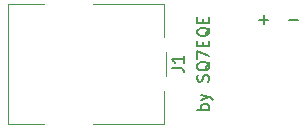
<source format=gbr>
%TF.GenerationSoftware,KiCad,Pcbnew,5.1.4-3.fc31*%
%TF.CreationDate,2019-11-21T18:34:14+01:00*%
%TF.ProjectId,barrel-jack-to-pcb,62617272-656c-42d6-9a61-636b2d746f2d,1.0*%
%TF.SameCoordinates,PX68c4118PY55fe290*%
%TF.FileFunction,Legend,Top*%
%TF.FilePolarity,Positive*%
%FSLAX46Y46*%
G04 Gerber Fmt 4.6, Leading zero omitted, Abs format (unit mm)*
G04 Created by KiCad (PCBNEW 5.1.4-3.fc31) date 2019-11-21 18:34:14*
%MOMM*%
%LPD*%
G04 APERTURE LIST*
%ADD10C,0.150000*%
%ADD11C,0.120000*%
%ADD12R,2.102000X4.102000*%
%ADD13O,2.102000X3.402000*%
%ADD14O,3.602000X2.102000*%
%ADD15C,1.702000*%
%ADD16R,1.802000X1.802000*%
%ADD17O,1.802000X1.802000*%
G04 APERTURE END LIST*
D10*
X17597380Y2469048D02*
X16597380Y2469048D01*
X16978333Y2469048D02*
X16930714Y2564286D01*
X16930714Y2754762D01*
X16978333Y2850000D01*
X17025952Y2897620D01*
X17121190Y2945239D01*
X17406904Y2945239D01*
X17502142Y2897620D01*
X17549761Y2850000D01*
X17597380Y2754762D01*
X17597380Y2564286D01*
X17549761Y2469048D01*
X16930714Y3278572D02*
X17597380Y3516667D01*
X16930714Y3754762D02*
X17597380Y3516667D01*
X17835476Y3421429D01*
X17883095Y3373810D01*
X17930714Y3278572D01*
X17549761Y4850000D02*
X17597380Y4992858D01*
X17597380Y5230953D01*
X17549761Y5326191D01*
X17502142Y5373810D01*
X17406904Y5421429D01*
X17311666Y5421429D01*
X17216428Y5373810D01*
X17168809Y5326191D01*
X17121190Y5230953D01*
X17073571Y5040477D01*
X17025952Y4945239D01*
X16978333Y4897620D01*
X16883095Y4850000D01*
X16787857Y4850000D01*
X16692619Y4897620D01*
X16645000Y4945239D01*
X16597380Y5040477D01*
X16597380Y5278572D01*
X16645000Y5421429D01*
X17692619Y6516667D02*
X17645000Y6421429D01*
X17549761Y6326191D01*
X17406904Y6183334D01*
X17359285Y6088096D01*
X17359285Y5992858D01*
X17597380Y6040477D02*
X17549761Y5945239D01*
X17454523Y5850000D01*
X17264047Y5802381D01*
X16930714Y5802381D01*
X16740238Y5850000D01*
X16645000Y5945239D01*
X16597380Y6040477D01*
X16597380Y6230953D01*
X16645000Y6326191D01*
X16740238Y6421429D01*
X16930714Y6469048D01*
X17264047Y6469048D01*
X17454523Y6421429D01*
X17549761Y6326191D01*
X17597380Y6230953D01*
X17597380Y6040477D01*
X16597380Y6802381D02*
X16597380Y7469048D01*
X17597380Y7040477D01*
X17073571Y7850000D02*
X17073571Y8183334D01*
X17597380Y8326191D02*
X17597380Y7850000D01*
X16597380Y7850000D01*
X16597380Y8326191D01*
X17692619Y9421429D02*
X17645000Y9326191D01*
X17549761Y9230953D01*
X17406904Y9088096D01*
X17359285Y8992858D01*
X17359285Y8897620D01*
X17597380Y8945239D02*
X17549761Y8850000D01*
X17454523Y8754762D01*
X17264047Y8707143D01*
X16930714Y8707143D01*
X16740238Y8754762D01*
X16645000Y8850000D01*
X16597380Y8945239D01*
X16597380Y9135715D01*
X16645000Y9230953D01*
X16740238Y9326191D01*
X16930714Y9373810D01*
X17264047Y9373810D01*
X17454523Y9326191D01*
X17549761Y9230953D01*
X17597380Y9135715D01*
X17597380Y8945239D01*
X17073571Y9802381D02*
X17073571Y10135715D01*
X17597380Y10278572D02*
X17597380Y9802381D01*
X16597380Y9802381D01*
X16597380Y10278572D01*
X24384047Y10088572D02*
X25145952Y10088572D01*
X21844047Y10088572D02*
X22605952Y10088572D01*
X22225000Y9707620D02*
X22225000Y10469524D01*
D11*
%TO.C,J1*%
X7750000Y11460000D02*
X13810000Y11460000D01*
X13810000Y11460000D02*
X13810000Y8650000D01*
X13810000Y4050000D02*
X13810000Y1240000D01*
X13810000Y1240000D02*
X7750000Y1240000D01*
X3650000Y1240000D02*
X590000Y1240000D01*
X590000Y1240000D02*
X590000Y11460000D01*
X590000Y11460000D02*
X3650000Y11460000D01*
X14000000Y7350000D02*
X14000000Y5350000D01*
D10*
X14452380Y6016667D02*
X15166666Y6016667D01*
X15309523Y5969048D01*
X15404761Y5873810D01*
X15452380Y5730953D01*
X15452380Y5635715D01*
X15452380Y7016667D02*
X15452380Y6445239D01*
X15452380Y6730953D02*
X14452380Y6730953D01*
X14595238Y6635715D01*
X14690476Y6540477D01*
X14738095Y6445239D01*
%TD*%
%LPC*%
D12*
%TO.C,J1*%
X12700000Y6350000D03*
D13*
X6700000Y6350000D03*
D14*
X5700000Y10850000D03*
X5700000Y1850000D03*
D15*
X3700000Y6350000D03*
%TD*%
D16*
%TO.C,J2*%
X22225000Y5080000D03*
D17*
X24765000Y5080000D03*
X22225000Y7620000D03*
X24765000Y7620000D03*
%TD*%
M02*

</source>
